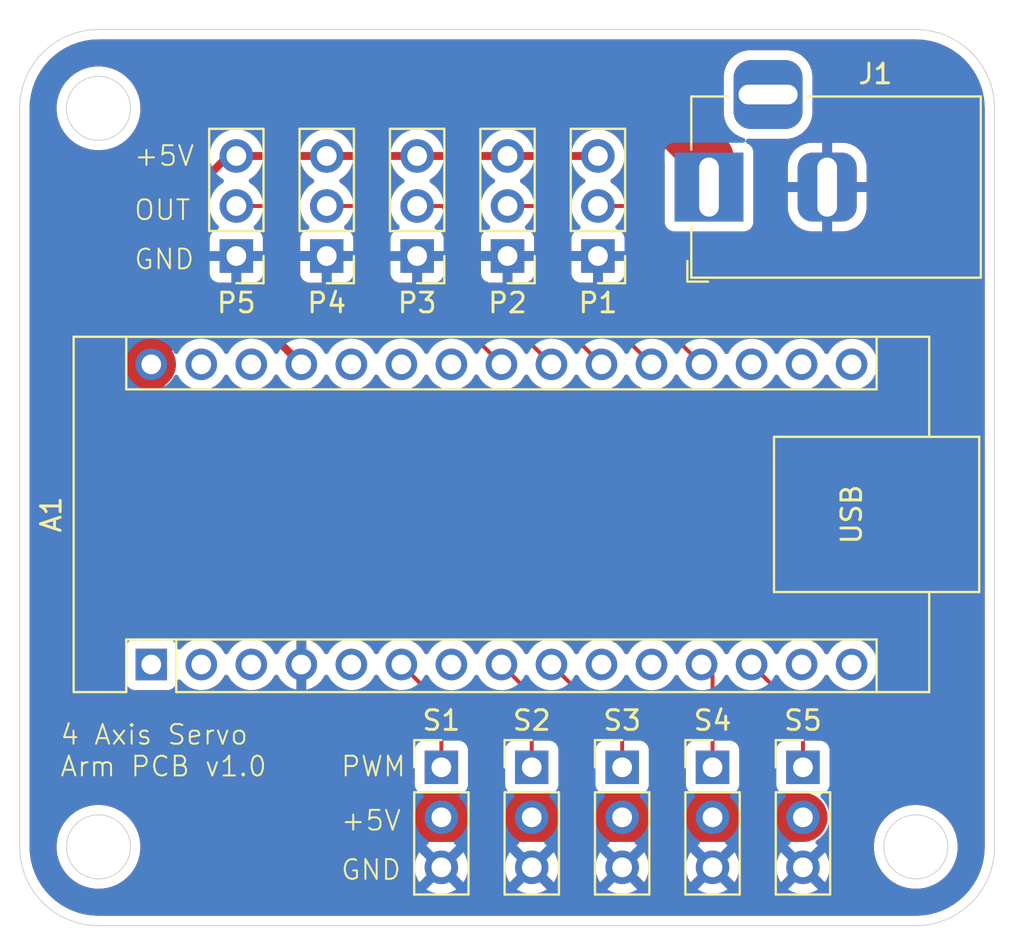
<source format=kicad_pcb>
(kicad_pcb (version 20241229) (generator "pcbnew") (generator_version "9.0")
  (layers (0 "F.Cu" signal) (2 "B.Cu" signal) (13 "F.Paste" user) (15 "B.Paste" user) (5 "F.SilkS" user "F.Silkscreen") (7 "B.SilkS" user "B.Silkscreen") (1 "F.Mask" user) (3 "B.Mask" user) (25 "Edge.Cuts" user))
  (net 0 "")
  (net 1 "/Axis 3 Pot")
  (net 5 "+5V")
  (net 7 "/Axis 3 PWM")
  (net 10 "/Axis 2 PWM")
  (net 14 "/Nano +5V")
  (net 15 "/Axis 1 Pot")
  (net 16 "/Claw Pot")
  (net 19 "/Axis 2 Pot")
  (net 20 "/Axis 4 PWM")
  (net 21 "/Axis 1 PWM")
  (net 26 "/Claw PWM")
  (net 28 "/Axis 4 Pot")
  (net 30 "GND")
  (footprint "Connector_PinHeader_2.54mm:PinHeader_1x03_P2.54mm_Vertical" (layer "F.Cu") (at 98.36 63.5 180)
    (property "Reference" "P1" (at 0 -2.38 0) (layer "F.SilkS"))
    (property "Value" "Pot_1")
    (fp_line (start 1.38 1.27) (end 1.38 6.46) (stroke (width 0.12)) (layer "F.SilkS"))
    (fp_line (start -1.38 6.46) (end 1.38 6.46) (stroke (width 0.12)) (layer "F.SilkS"))
    (fp_line (start -1.38 1.27) (end 1.38 1.27) (stroke (width 0.12)) (layer "F.SilkS"))
    (fp_line (start -1.38 1.27) (end -1.38 6.46) (stroke (width 0.12)) (layer "F.SilkS"))
    (fp_line (start -1.38 0) (end -1.38 -1.38) (stroke (width 0.12)) (layer "F.SilkS"))
    (fp_line (start -1.38 -1.38) (end 0 -1.38) (stroke (width 0.12)) (layer "F.SilkS"))
    (pad "1" thru_hole rect (at 0 0 180) (size 1.7 1.7) (drill 1) (layers "*.Cu" "*.Mask") (net 30 "GND"))
    (pad "2" thru_hole circle (at 0 2.54 180) (size 1.7 1.7) (drill 1) (layers "*.Cu" "*.Mask") (net 15 "/Axis 1 Pot"))
    (pad "3" thru_hole circle (at 0 5.08 180) (size 1.7 1.7) (drill 1) (layers "*.Cu" "*.Mask") (net 14 "/Nano +5V"))
  )
  (footprint "Module:Arduino_Nano" (layer "F.Cu") (at 75.68 84.24 90)
    (property "Reference" "A1" (at 7.62 -5.08 90) (layer "F.SilkS"))
    (property "Value" "Arduino_Nano_v3.x")
    (fp_line (start 16.64 -3.94) (end -1.4 -3.94) (stroke (width 0.12)) (layer "F.SilkS"))
    (fp_line (start -1.4 -3.94) (end -1.4 -1.27) (stroke (width 0.12)) (layer "F.SilkS"))
    (fp_line (start 13.97 -1.27) (end 16.64 -1.27) (stroke (width 0.12)) (layer "F.SilkS"))
    (fp_line (start 13.97 -1.27) (end 13.97 36.83) (stroke (width 0.12)) (layer "F.SilkS"))
    (fp_line (start 1.27 -1.27) (end -1.4 -1.27) (stroke (width 0.12)) (layer "F.SilkS"))
    (fp_line (start 1.27 1.27) (end 1.27 -1.27) (stroke (width 0.12)) (layer "F.SilkS"))
    (fp_line (start 1.27 1.27) (end -1.4 1.27) (stroke (width 0.12)) (layer "F.SilkS"))
    (fp_line (start 1.27 1.27) (end 1.27 36.83) (stroke (width 0.12)) (layer "F.SilkS"))
    (fp_line (start -1.4 1.27) (end -1.4 39.5) (stroke (width 0.12)) (layer "F.SilkS"))
    (fp_line (start 11.56 31.62) (end 11.56 42.04) (stroke (width 0.12)) (layer "F.SilkS"))
    (fp_line (start 3.68 31.62) (end 11.56 31.62) (stroke (width 0.12)) (layer "F.SilkS"))
    (fp_line (start 13.97 36.83) (end 16.64 36.83) (stroke (width 0.12)) (layer "F.SilkS"))
    (fp_line (start 1.27 36.83) (end -1.4 36.83) (stroke (width 0.12)) (layer "F.SilkS"))
    (fp_line (start 16.64 39.5) (end 16.64 -3.94) (stroke (width 0.12)) (layer "F.SilkS"))
    (fp_line (start 16.64 39.5) (end 11.56 39.5) (stroke (width 0.12)) (layer "F.SilkS"))
    (fp_line (start -1.4 39.5) (end 3.68 39.5) (stroke (width 0.12)) (layer "F.SilkS"))
    (fp_line (start 11.56 42.04) (end 3.68 42.04) (stroke (width 0.12)) (layer "F.SilkS"))
    (fp_line (start 3.68 42.04) (end 3.68 31.62) (stroke (width 0.12)) (layer "F.SilkS"))
    (fp_text user "USB" (at 7.62 35.56 90) (layer "F.SilkS"))
    (pad "1" thru_hole rect (at 0 0 90) (size 1.6 1.6) (drill 1) (layers "*.Cu" "*.Mask"))
    (pad "2" thru_hole oval (at 0 2.54 90) (size 1.6 1.6) (drill 1) (layers "*.Cu" "*.Mask"))
    (pad "3" thru_hole oval (at 0 5.08 90) (size 1.6 1.6) (drill 1) (layers "*.Cu" "*.Mask"))
    (pad "4" thru_hole oval (at 0 7.62 90) (size 1.6 1.6) (drill 1) (layers "*.Cu" "*.Mask") (net 30 "GND"))
    (pad "5" thru_hole oval (at 0 10.16 90) (size 1.6 1.6) (drill 1) (layers "*.Cu" "*.Mask"))
    (pad "6" thru_hole oval (at 0 12.7 90) (size 1.6 1.6) (drill 1) (layers "*.Cu" "*.Mask") (net 21 "/Axis 1 PWM"))
    (pad "7" thru_hole oval (at 0 15.24 90) (size 1.6 1.6) (drill 1) (layers "*.Cu" "*.Mask"))
    (pad "8" thru_hole oval (at 0 17.78 90) (size 1.6 1.6) (drill 1) (layers "*.Cu" "*.Mask") (net 10 "/Axis 2 PWM"))
    (pad "9" thru_hole oval (at 0 20.32 90) (size 1.6 1.6) (drill 1) (layers "*.Cu" "*.Mask") (net 7 "/Axis 3 PWM"))
    (pad "10" thru_hole oval (at 0 22.86 90) (size 1.6 1.6) (drill 1) (layers "*.Cu" "*.Mask"))
    (pad "11" thru_hole oval (at 0 25.4 90) (size 1.6 1.6) (drill 1) (layers "*.Cu" "*.Mask"))
    (pad "12" thru_hole oval (at 0 27.94 90) (size 1.6 1.6) (drill 1) (layers "*.Cu" "*.Mask") (net 20 "/Axis 4 PWM"))
    (pad "13" thru_hole oval (at 0 30.48 90) (size 1.6 1.6) (drill 1) (layers "*.Cu" "*.Mask") (net 26 "/Claw PWM"))
    (pad "14" thru_hole oval (at 0 33.02 90) (size 1.6 1.6) (drill 1) (layers "*.Cu" "*.Mask"))
    (pad "15" thru_hole oval (at 0 35.56 90) (size 1.6 1.6) (drill 1) (layers "*.Cu" "*.Mask"))
    (pad "16" thru_hole oval (at 15.24 35.56 90) (size 1.6 1.6) (drill 1) (layers "*.Cu" "*.Mask"))
    (pad "17" thru_hole oval (at 15.24 33.02 90) (size 1.6 1.6) (drill 1) (layers "*.Cu" "*.Mask"))
    (pad "18" thru_hole oval (at 15.24 30.48 90) (size 1.6 1.6) (drill 1) (layers "*.Cu" "*.Mask"))
    (pad "19" thru_hole oval (at 15.24 27.94 90) (size 1.6 1.6) (drill 1) (layers "*.Cu" "*.Mask") (net 15 "/Axis 1 Pot"))
    (pad "20" thru_hole oval (at 15.24 25.4 90) (size 1.6 1.6) (drill 1) (layers "*.Cu" "*.Mask") (net 19 "/Axis 2 Pot"))
    (pad "21" thru_hole oval (at 15.24 22.86 90) (size 1.6 1.6) (drill 1) (layers "*.Cu" "*.Mask") (net 1 "/Axis 3 Pot"))
    (pad "22" thru_hole oval (at 15.24 20.32 90) (size 1.6 1.6) (drill 1) (layers "*.Cu" "*.Mask") (net 28 "/Axis 4 Pot"))
    (pad "23" thru_hole oval (at 15.24 17.78 90) (size 1.6 1.6) (drill 1) (layers "*.Cu" "*.Mask") (net 16 "/Claw Pot"))
    (pad "24" thru_hole oval (at 15.24 15.24 90) (size 1.6 1.6) (drill 1) (layers "*.Cu" "*.Mask"))
    (pad "25" thru_hole oval (at 15.24 12.7 90) (size 1.6 1.6) (drill 1) (layers "*.Cu" "*.Mask"))
    (pad "26" thru_hole oval (at 15.24 10.16 90) (size 1.6 1.6) (drill 1) (layers "*.Cu" "*.Mask"))
    (pad "27" thru_hole oval (at 15.24 7.62 90) (size 1.6 1.6) (drill 1) (layers "*.Cu" "*.Mask") (net 14 "/Nano +5V"))
    (pad "28" thru_hole oval (at 15.24 5.08 90) (size 1.6 1.6) (drill 1) (layers "*.Cu" "*.Mask"))
    (pad "29" thru_hole oval (at 15.24 2.54 90) (size 1.6 1.6) (drill 1) (layers "*.Cu" "*.Mask"))
    (pad "30" thru_hole oval (at 15.24 0 90) (size 1.6 1.6) (drill 1) (layers "*.Cu" "*.Mask") (net 5 "+5V"))
  )
  (footprint "Connector_PinHeader_2.54mm:PinHeader_1x03_P2.54mm_Vertical" (layer "F.Cu") (at 108.77 89.46)
    (property "Reference" "S5" (at 0 -2.38 0) (layer "F.SilkS"))
    (property "Value" "Claw")
    (fp_line (start -1.38 -1.38) (end 0 -1.38) (stroke (width 0.12)) (layer "F.SilkS"))
    (fp_line (start -1.38 0) (end -1.38 -1.38) (stroke (width 0.12)) (layer "F.SilkS"))
    (fp_line (start -1.38 1.27) (end -1.38 6.46) (stroke (width 0.12)) (layer "F.SilkS"))
    (fp_line (start -1.38 1.27) (end 1.38 1.27) (stroke (width 0.12)) (layer "F.SilkS"))
    (fp_line (start -1.38 6.46) (end 1.38 6.46) (stroke (width 0.12)) (layer "F.SilkS"))
    (fp_line (start 1.38 1.27) (end 1.38 6.46) (stroke (width 0.12)) (layer "F.SilkS"))
    (pad "1" thru_hole rect (at 0 0) (size 1.7 1.7) (drill 1) (layers "*.Cu" "*.Mask") (net 26 "/Claw PWM"))
    (pad "2" thru_hole circle (at 0 2.54) (size 1.7 1.7) (drill 1) (layers "*.Cu" "*.Mask") (net 5 "+5V"))
    (pad "3" thru_hole circle (at 0 5.08) (size 1.7 1.7) (drill 1) (layers "*.Cu" "*.Mask") (net 30 "GND"))
  )
  (footprint "Connector_PinHeader_2.54mm:PinHeader_1x03_P2.54mm_Vertical" (layer "F.Cu") (at 93.77 63.5 180)
    (property "Reference" "P2" (at 0 -2.38 0) (layer "F.SilkS"))
    (property "Value" "Pot_2")
    (fp_line (start 1.38 1.27) (end 1.38 6.46) (stroke (width 0.12)) (layer "F.SilkS"))
    (fp_line (start -1.38 6.46) (end 1.38 6.46) (stroke (width 0.12)) (layer "F.SilkS"))
    (fp_line (start -1.38 1.27) (end 1.38 1.27) (stroke (width 0.12)) (layer "F.SilkS"))
    (fp_line (start -1.38 1.27) (end -1.38 6.46) (stroke (width 0.12)) (layer "F.SilkS"))
    (fp_line (start -1.38 0) (end -1.38 -1.38) (stroke (width 0.12)) (layer "F.SilkS"))
    (fp_line (start -1.38 -1.38) (end 0 -1.38) (stroke (width 0.12)) (layer "F.SilkS"))
    (pad "1" thru_hole rect (at 0 0 180) (size 1.7 1.7) (drill 1) (layers "*.Cu" "*.Mask") (net 30 "GND"))
    (pad "2" thru_hole circle (at 0 2.54 180) (size 1.7 1.7) (drill 1) (layers "*.Cu" "*.Mask") (net 19 "/Axis 2 Pot"))
    (pad "3" thru_hole circle (at 0 5.08 180) (size 1.7 1.7) (drill 1) (layers "*.Cu" "*.Mask") (net 14 "/Nano +5V"))
  )
  (footprint "Connector_PinHeader_2.54mm:PinHeader_1x03_P2.54mm_Vertical" (layer "F.Cu") (at 90.41 89.46)
    (property "Reference" "S1" (at 0 -2.38 0) (layer "F.SilkS"))
    (property "Value" "Axis 1")
    (fp_line (start -1.38 -1.38) (end 0 -1.38) (stroke (width 0.12)) (layer "F.SilkS"))
    (fp_line (start -1.38 0) (end -1.38 -1.38) (stroke (width 0.12)) (layer "F.SilkS"))
    (fp_line (start -1.38 1.27) (end -1.38 6.46) (stroke (width 0.12)) (layer "F.SilkS"))
    (fp_line (start -1.38 1.27) (end 1.38 1.27) (stroke (width 0.12)) (layer "F.SilkS"))
    (fp_line (start -1.38 6.46) (end 1.38 6.46) (stroke (width 0.12)) (layer "F.SilkS"))
    (fp_line (start 1.38 1.27) (end 1.38 6.46) (stroke (width 0.12)) (layer "F.SilkS"))
    (pad "1" thru_hole rect (at 0 0) (size 1.7 1.7) (drill 1) (layers "*.Cu" "*.Mask") (net 21 "/Axis 1 PWM"))
    (pad "2" thru_hole circle (at 0 2.54) (size 1.7 1.7) (drill 1) (layers "*.Cu" "*.Mask") (net 5 "+5V"))
    (pad "3" thru_hole circle (at 0 5.08) (size 1.7 1.7) (drill 1) (layers "*.Cu" "*.Mask") (net 30 "GND"))
  )
  (footprint "Connector_PinHeader_2.54mm:PinHeader_1x03_P2.54mm_Vertical" (layer "F.Cu") (at 104.18 89.46)
    (property "Reference" "S4" (at 0 -2.38 0) (layer "F.SilkS"))
    (property "Value" "Axis 4")
    (fp_line (start -1.38 -1.38) (end 0 -1.38) (stroke (width 0.12)) (layer "F.SilkS"))
    (fp_line (start -1.38 0) (end -1.38 -1.38) (stroke (width 0.12)) (layer "F.SilkS"))
    (fp_line (start -1.38 1.27) (end -1.38 6.46) (stroke (width 0.12)) (layer "F.SilkS"))
    (fp_line (start -1.38 1.27) (end 1.38 1.27) (stroke (width 0.12)) (layer "F.SilkS"))
    (fp_line (start -1.38 6.46) (end 1.38 6.46) (stroke (width 0.12)) (layer "F.SilkS"))
    (fp_line (start 1.38 1.27) (end 1.38 6.46) (stroke (width 0.12)) (layer "F.SilkS"))
    (pad "1" thru_hole rect (at 0 0) (size 1.7 1.7) (drill 1) (layers "*.Cu" "*.Mask") (net 20 "/Axis 4 PWM"))
    (pad "2" thru_hole circle (at 0 2.54) (size 1.7 1.7) (drill 1) (layers "*.Cu" "*.Mask") (net 5 "+5V"))
    (pad "3" thru_hole circle (at 0 5.08) (size 1.7 1.7) (drill 1) (layers "*.Cu" "*.Mask") (net 30 "GND"))
  )
  (footprint "Connector_BarrelJack:BarrelJack_Horizontal" (layer "F.Cu") (at 104 60 180)
    (property "Reference" "J1" (at -8.45 5.75 0) (layer "F.SilkS"))
    (property "Value" "5V DC BARREL")
    (fp_line (start 1.1 -3.75) (end 1.1 -4.8) (stroke (width 0.12)) (layer "F.SilkS"))
    (fp_line (start 0.9 4.6) (end -1 4.6) (stroke (width 0.12)) (layer "F.SilkS"))
    (fp_line (start 0.9 1.9) (end 0.9 4.6) (stroke (width 0.12)) (layer "F.SilkS"))
    (fp_line (start 0.9 -4.6) (end 0.9 -2) (stroke (width 0.12)) (layer "F.SilkS"))
    (fp_line (start 0.05 -4.8) (end 1.1 -4.8) (stroke (width 0.12)) (layer "F.SilkS"))
    (fp_line (start -5 4.6) (end -13.8 4.6) (stroke (width 0.12)) (layer "F.SilkS"))
    (fp_line (start -13.8 4.6) (end -13.8 -4.6) (stroke (width 0.12)) (layer "F.SilkS"))
    (fp_line (start -13.8 -4.6) (end 0.9 -4.6) (stroke (width 0.12)) (layer "F.SilkS"))
    (pad "1" thru_hole rect (at 0 0 180) (size 3.5 3.5) (drill oval 1 3) (layers "*.Cu" "*.Mask") (net 5 "+5V"))
    (pad "2" thru_hole roundrect (at -6 0 180) (size 3 3.5) (drill oval 1 3) (layers "*.Cu" "*.Mask") (net 30 "GND"))
    (pad "3" thru_hole roundrect (at -3 4.7 180) (size 3.5 3.5) (drill oval 3 1) (layers "*.Cu" "*.Mask"))
  )
  (footprint "Connector_PinHeader_2.54mm:PinHeader_1x03_P2.54mm_Vertical" (layer "F.Cu") (at 99.59 89.46)
    (property "Reference" "S3" (at 0 -2.38 0) (layer "F.SilkS"))
    (property "Value" "Axis 3")
    (fp_line (start -1.38 -1.38) (end 0 -1.38) (stroke (width 0.12)) (layer "F.SilkS"))
    (fp_line (start -1.38 0) (end -1.38 -1.38) (stroke (width 0.12)) (layer "F.SilkS"))
    (fp_line (start -1.38 1.27) (end -1.38 6.46) (stroke (width 0.12)) (layer "F.SilkS"))
    (fp_line (start -1.38 1.27) (end 1.38 1.27) (stroke (width 0.12)) (layer "F.SilkS"))
    (fp_line (start -1.38 6.46) (end 1.38 6.46) (stroke (width 0.12)) (layer "F.SilkS"))
    (fp_line (start 1.38 1.27) (end 1.38 6.46) (stroke (width 0.12)) (layer "F.SilkS"))
    (pad "1" thru_hole rect (at 0 0) (size 1.7 1.7) (drill 1) (layers "*.Cu" "*.Mask") (net 7 "/Axis 3 PWM"))
    (pad "2" thru_hole circle (at 0 2.54) (size 1.7 1.7) (drill 1) (layers "*.Cu" "*.Mask") (net 5 "+5V"))
    (pad "3" thru_hole circle (at 0 5.08) (size 1.7 1.7) (drill 1) (layers "*.Cu" "*.Mask") (net 30 "GND"))
  )
  (footprint "Connector_PinHeader_2.54mm:PinHeader_1x03_P2.54mm_Vertical" (layer "F.Cu") (at 84.59 63.5 180)
    (property "Reference" "P4" (at 0 -2.38 0) (layer "F.SilkS"))
    (property "Value" "Pot_4")
    (fp_line (start 1.38 1.27) (end 1.38 6.46) (stroke (width 0.12)) (layer "F.SilkS"))
    (fp_line (start -1.38 6.46) (end 1.38 6.46) (stroke (width 0.12)) (layer "F.SilkS"))
    (fp_line (start -1.38 1.27) (end 1.38 1.27) (stroke (width 0.12)) (layer "F.SilkS"))
    (fp_line (start -1.38 1.27) (end -1.38 6.46) (stroke (width 0.12)) (layer "F.SilkS"))
    (fp_line (start -1.38 0) (end -1.38 -1.38) (stroke (width 0.12)) (layer "F.SilkS"))
    (fp_line (start -1.38 -1.38) (end 0 -1.38) (stroke (width 0.12)) (layer "F.SilkS"))
    (pad "1" thru_hole rect (at 0 0 180) (size 1.7 1.7) (drill 1) (layers "*.Cu" "*.Mask") (net 30 "GND"))
    (pad "2" thru_hole circle (at 0 2.54 180) (size 1.7 1.7) (drill 1) (layers "*.Cu" "*.Mask") (net 28 "/Axis 4 Pot"))
    (pad "3" thru_hole circle (at 0 5.08 180) (size 1.7 1.7) (drill 1) (layers "*.Cu" "*.Mask") (net 14 "/Nano +5V"))
  )
  (footprint "Connector_PinHeader_2.54mm:PinHeader_1x03_P2.54mm_Vertical" (layer "F.Cu") (at 95 89.46)
    (property "Reference" "S2" (at 0 -2.38 0) (layer "F.SilkS"))
    (property "Value" "Axis 2")
    (fp_line (start -1.38 -1.38) (end 0 -1.38) (stroke (width 0.12)) (layer "F.SilkS"))
    (fp_line (start -1.38 0) (end -1.38 -1.38) (stroke (width 0.12)) (layer "F.SilkS"))
    (fp_line (start -1.38 1.27) (end -1.38 6.46) (stroke (width 0.12)) (layer "F.SilkS"))
    (fp_line (start -1.38 1.27) (end 1.38 1.27) (stroke (width 0.12)) (layer "F.SilkS"))
    (fp_line (start -1.38 6.46) (end 1.38 6.46) (stroke (width 0.12)) (layer "F.SilkS"))
    (fp_line (start 1.38 1.27) (end 1.38 6.46) (stroke (width 0.12)) (layer "F.SilkS"))
    (pad "1" thru_hole rect (at 0 0) (size 1.7 1.7) (drill 1) (layers "*.Cu" "*.Mask") (net 10 "/Axis 2 PWM"))
    (pad "2" thru_hole circle (at 0 2.54) (size 1.7 1.7) (drill 1) (layers "*.Cu" "*.Mask") (net 5 "+5V"))
    (pad "3" thru_hole circle (at 0 5.08) (size 1.7 1.7) (drill 1) (layers "*.Cu" "*.Mask") (net 30 "GND"))
  )
  (footprint "Connector_PinHeader_2.54mm:PinHeader_1x03_P2.54mm_Vertical" (layer "F.Cu") (at 89.18 63.5 180)
    (property "Reference" "P3" (at 0 -2.38 0) (layer "F.SilkS"))
    (property "Value" "Pot_3")
    (fp_line (start 1.38 1.27) (end 1.38 6.46) (stroke (width 0.12)) (layer "F.SilkS"))
    (fp_line (start -1.38 6.46) (end 1.38 6.46) (stroke (width 0.12)) (layer "F.SilkS"))
    (fp_line (start -1.38 1.27) (end 1.38 1.27) (stroke (width 0.12)) (layer "F.SilkS"))
    (fp_line (start -1.38 1.27) (end -1.38 6.46) (stroke (width 0.12)) (layer "F.SilkS"))
    (fp_line (start -1.38 0) (end -1.38 -1.38) (stroke (width 0.12)) (layer "F.SilkS"))
    (fp_line (start -1.38 -1.38) (end 0 -1.38) (stroke (width 0.12)) (layer "F.SilkS"))
    (pad "1" thru_hole rect (at 0 0 180) (size 1.7 1.7) (drill 1) (layers "*.Cu" "*.Mask") (net 30 "GND"))
    (pad "2" thru_hole circle (at 0 2.54 180) (size 1.7 1.7) (drill 1) (layers "*.Cu" "*.Mask") (net 1 "/Axis 3 Pot"))
    (pad "3" thru_hole circle (at 0 5.08 180) (size 1.7 1.7) (drill 1) (layers "*.Cu" "*.Mask") (net 14 "/Nano +5V"))
  )
  (footprint "Connector_PinHeader_2.54mm:PinHeader_1x03_P2.54mm_Vertical" (layer "F.Cu") (at 80 63.5 180)
    (property "Reference" "P5" (at 0 -2.38 0) (layer "F.SilkS"))
    (property "Value" "Pot_Claw")
    (fp_line (start 1.38 1.27) (end 1.38 6.46) (stroke (width 0.12)) (layer "F.SilkS"))
    (fp_line (start -1.38 6.46) (end 1.38 6.46) (stroke (width 0.12)) (layer "F.SilkS"))
    (fp_line (start -1.38 1.27) (end 1.38 1.27) (stroke (width 0.12)) (layer "F.SilkS"))
    (fp_line (start -1.38 1.27) (end -1.38 6.46) (stroke (width 0.12)) (layer "F.SilkS"))
    (fp_line (start -1.38 0) (end -1.38 -1.38) (stroke (width 0.12)) (layer "F.SilkS"))
    (fp_line (start -1.38 -1.38) (end 0 -1.38) (stroke (width 0.12)) (layer "F.SilkS"))
    (pad "1" thru_hole rect (at 0 0 180) (size 1.7 1.7) (drill 1) (layers "*.Cu" "*.Mask") (net 30 "GND"))
    (pad "2" thru_hole circle (at 0 2.54 180) (size 1.7 1.7) (drill 1) (layers "*.Cu" "*.Mask") (net 16 "/Claw Pot"))
    (pad "3" thru_hole circle (at 0 5.08 180) (size 1.7 1.7) (drill 1) (layers "*.Cu" "*.Mask") (net 14 "/Nano +5V"))
  )
  (gr_circle (center 114.5 93.5) (end 116.125 93.5) (stroke (width 0.05)) (fill no) (layer "Edge.Cuts"))
  (gr_arc (start 73 97.5) (mid 70.171573 96.328427) (end 69 93.5) (stroke (width 0.05)) (layer "Edge.Cuts"))
  (gr_line (start 69 93.5) (end 69 56) (stroke (width 0.05)) (layer "Edge.Cuts"))
  (gr_line (start 73 52) (end 114.5 52) (stroke (width 0.05)) (layer "Edge.Cuts"))
  (gr_line (start 118.5 56) (end 118.5 93.5) (stroke (width 0.05)) (layer "Edge.Cuts"))
  (gr_circle (center 73 56) (end 74.625 56) (stroke (width 0.05)) (fill no) (layer "Edge.Cuts"))
  (gr_arc (start 114.5 52) (mid 117.328427 53.171573) (end 118.5 56) (stroke (width 0.05)) (layer "Edge.Cuts"))
  (gr_arc (start 69 56) (mid 70.171573 53.171573) (end 73 52) (stroke (width 0.05)) (layer "Edge.Cuts"))
  (gr_line (start 114.5 97.5) (end 73 97.5) (stroke (width 0.05)) (layer "Edge.Cuts"))
  (gr_circle (center 73 93.5) (end 74.625 93.5) (stroke (width 0.05)) (fill no) (layer "Edge.Cuts"))
  (gr_arc (start 118.5 93.5) (mid 117.328427 96.328427) (end 114.5 97.5) (stroke (width 0.05)) (layer "Edge.Cuts"))
  (gr_text "GND" (at 85.25 95.25 0) (layer "F.SilkS") (effects (font (size 1 1) (thickness 0.1)) (justify left bottom)))
  (gr_text "PWM" (at 85.25 90 0) (layer "F.SilkS") (effects (font (size 1 1) (thickness 0.1)) (justify left bottom)))
  (gr_text "+5V" (at 85.25 92.75 0) (layer "F.SilkS") (effects (font (size 1 1) (thickness 0.1)) (justify left bottom)))
  (gr_text "+5V" (at 74.75 59 0) (layer "F.SilkS") (effects (font (size 1 1) (thickness 0.1)) (justify left bottom)))
  (gr_text "4 Axis Servo \nArm PCB v1.0" (at 71 90 0) (layer "F.SilkS") (effects (font (size 1 1) (thickness 0.1)) (justify left bottom)))
  (gr_text "GND" (at 74.75 64.25 0) (layer "F.SilkS") (effects (font (size 1 1) (thickness 0.1)) (justify left bottom)))
  (gr_text "OUT" (at 74.75 61.75 0) (layer "F.SilkS") (effects (font (size 1 1) (thickness 0.1)) (justify left bottom)))
  (segment (start 90.46 60.96) (end 91.5 62) (width 0.2) (layer "F.Cu") (net 1))
  (segment (start 91.5 62) (end 91.5 65.25) (width 0.2) (layer "F.Cu") (net 1))
  (segment (start 95.54 66) (end 98.54 69) (width 0.2) (layer "F.Cu") (net 1))
  (segment (start 91.5 65.25) (end 92.25 66) (width 0.2) (layer "F.Cu") (net 1))
  (segment (start 92.25 66) (end 95.54 66) (width 0.2) (layer "F.Cu") (net 1))
  (segment (start 89.18 60.96) (end 90.46 60.96) (width 0.2) (layer "F.Cu") (net 1))
  (segment (start 75.5 58.5) (end 75.5 68.82) (width 2.5) (layer "F.Cu") (net 5))
  (segment (start 104 60) (end 104 58.5) (width 2.5) (layer "F.Cu") (net 5))
  (segment (start 72 72.68) (end 75.68 69) (width 2.5) (layer "F.Cu") (net 5))
  (segment (start 104 58.5) (end 100.25 54.75) (width 2.5) (layer "F.Cu") (net 5))
  (segment (start 90.41 92) (end 77.5 92) (width 2.5) (layer "F.Cu") (net 5))
  (segment (start 77.5 92) (end 72 86.5) (width 2.5) (layer "F.Cu") (net 5))
  (segment (start 79.25 54.75) (end 75.5 58.5) (width 2.5) (layer "F.Cu") (net 5))
  (segment (start 72 86.5) (end 72 72.68) (width 2.5) (layer "F.Cu") (net 5))
  (segment (start 108.77 92) (end 90.41 92) (width 2.5) (layer "F.Cu") (net 5))
  (segment (start 75.5 68.82) (end 75.68 69) (width 2.5) (layer "F.Cu") (net 5))
  (segment (start 100.25 54.75) (end 79.25 54.75) (width 2.5) (layer "F.Cu") (net 5))
  (segment (start 99.59 89.46) (end 99.59 87.83) (width 0.2) (layer "F.Cu") (net 7))
  (segment (start 99.59 87.83) (end 96 84.24) (width 0.2) (layer "F.Cu") (net 7))
  (segment (start 95 85.78) (end 93.46 84.24) (width 0.2) (layer "F.Cu") (net 10))
  (segment (start 95 89.46) (end 95 85.78) (width 0.2) (layer "F.Cu") (net 10))
  (segment (start 79.25 66.75) (end 81.05 66.75) (width 0.4) (layer "F.Cu") (net 14))
  (segment (start 81.05 66.75) (end 83.3 69) (width 0.4) (layer "F.Cu") (net 14))
  (segment (start 80 58.42) (end 79.58 58.42) (width 0.4) (layer "F.Cu") (net 14))
  (segment (start 78 60) (end 78 65.5) (width 0.4) (layer "F.Cu") (net 14))
  (segment (start 98.36 58.42) (end 80 58.42) (width 0.4) (layer "F.Cu") (net 14))
  (segment (start 79.58 58.42) (end 78 60) (width 0.4) (layer "F.Cu") (net 14))
  (segment (start 78 65.5) (end 79.25 66.75) (width 0.4) (layer "F.Cu") (net 14))
  (segment (start 100.5 61.5) (end 100.5 65.88) (width 0.2) (layer "F.Cu") (net 15))
  (segment (start 100.5 65.88) (end 103.62 69) (width 0.2) (layer "F.Cu") (net 15))
  (segment (start 98.36 60.96) (end 99.96 60.96) (width 0.2) (layer "F.Cu") (net 15))
  (segment (start 99.96 60.96) (end 100.5 61.5) (width 0.2) (layer "F.Cu") (net 15))
  (segment (start 81.46 60.96) (end 82.25 61.75) (width 0.2) (layer "F.Cu") (net 16))
  (segment (start 82.25 65.75) (end 83.5 67) (width 0.2) (layer "F.Cu") (net 16))
  (segment (start 82.25 61.75) (end 82.25 65.75) (width 0.2) (layer "F.Cu") (net 16))
  (segment (start 80 60.96) (end 81.46 60.96) (width 0.2) (layer "F.Cu") (net 16))
  (segment (start 83.5 67) (end 91.46 67) (width 0.2) (layer "F.Cu") (net 16))
  (segment (start 91.46 67) (end 93.46 69) (width 0.2) (layer "F.Cu") (net 16))
  (segment (start 96 65.25) (end 96.75 66) (width 0.2) (layer "F.Cu") (net 19))
  (segment (start 96.75 66) (end 98.08 66) (width 0.2) (layer "F.Cu") (net 19))
  (segment (start 98.08 66) (end 101.08 69) (width 0.2) (layer "F.Cu") (net 19))
  (segment (start 95.21 60.96) (end 96 61.75) (width 0.2) (layer "F.Cu") (net 19))
  (segment (start 93.77 60.96) (end 95.21 60.96) (width 0.2) (layer "F.Cu") (net 19))
  (segment (start 96 61.75) (end 96 65.25) (width 0.2) (layer "F.Cu") (net 19))
  (segment (start 104.18 84.8) (end 103.62 84.24) (width 0.2) (layer "F.Cu") (net 20))
  (segment (start 104.18 89.46) (end 104.18 84.8) (width 0.2) (layer "F.Cu") (net 20))
  (segment (start 90.41 89.46) (end 90.41 86.27) (width 0.2) (layer "F.Cu") (net 21))
  (segment (start 90.41 86.27) (end 88.38 84.24) (width 0.2) (layer "F.Cu") (net 21))
  (segment (start 108.77 86.85) (end 106.16 84.24) (width 0.2) (layer "F.Cu") (net 26))
  (segment (start 108.77 89.46) (end 108.77 86.85) (width 0.2) (layer "F.Cu") (net 26))
  (segment (start 93.5 66.5) (end 96 69) (width 0.2) (layer "F.Cu") (net 28))
  (segment (start 85.96 60.96) (end 87 62) (width 0.2) (layer "F.Cu") (net 28))
  (segment (start 87 62) (end 87 65.5) (width 0.2) (layer "F.Cu") (net 28))
  (segment (start 88 66.5) (end 93.5 66.5) (width 0.2) (layer "F.Cu") (net 28))
  (segment (start 84.59 60.96) (end 85.96 60.96) (width 0.2) (layer "F.Cu") (net 28))
  (segment (start 87 65.5) (end 88 66.5) (width 0.2) (layer "F.Cu") (net 28))
  (zone (net 30) (net_name "GND") (layers "F.Cu" "B.Cu") (connect_pads (clearance 0.5)) (min_thickness 0.25) (fill yes (thermal_gap 0.5) (thermal_bridge_width 0.5))
    (polygon (pts (xy 120 52) (xy 120 98.5) (xy 68 98.5) (xy 68.5 50.5)))
  )
)
</source>
